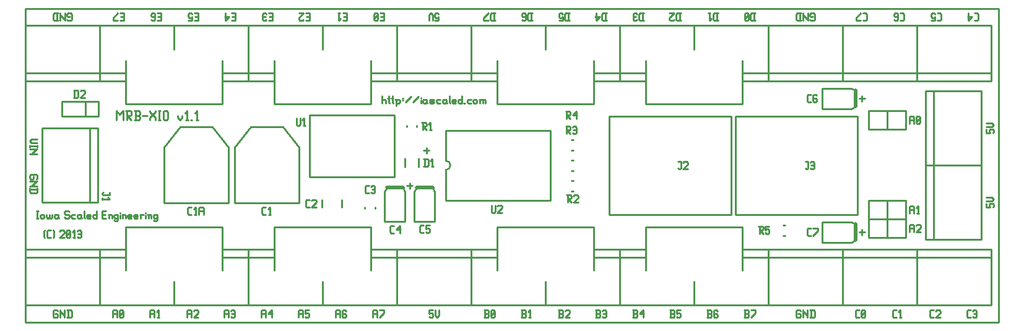
<source format=gbr>
G04 start of page 7 for group -4079 idx -4079 *
G04 Title: (unknown), topsilk *
G04 Creator: pcb 20110918 *
G04 CreationDate: Tue 16 Apr 2013 03:33:53 AM GMT UTC *
G04 For: railfan *
G04 Format: Gerber/RS-274X *
G04 PCB-Dimensions: 525000 170000 *
G04 PCB-Coordinate-Origin: lower left *
%MOIN*%
%FSLAX25Y25*%
%LNTOPSILK*%
%ADD82C,0.0200*%
%ADD81C,0.0100*%
G54D81*X524500Y500D02*Y169500D01*
X449500Y49000D02*X452500D01*
X451000Y50500D02*Y47500D01*
Y122500D02*Y119500D01*
X449500Y121000D02*X452500D01*
X500Y500D02*X524500D01*
X500Y169500D02*Y500D01*
X216500Y94500D02*Y91500D01*
X215000Y93000D02*X218000D01*
X207500Y75500D02*Y72500D01*
X500Y169500D02*X524500D01*
X206000Y74000D02*X209000D01*
X218000Y7000D02*X220000D01*
X218000D02*Y5000D01*
X218500Y5500D01*
X219500D01*
X220000Y5000D01*
Y3500D01*
X219500Y3000D02*X220000Y3500D01*
X218500Y3000D02*X219500D01*
X218000Y3500D02*X218500Y3000D01*
X221200Y7000D02*Y4000D01*
X222200Y3000D01*
X223200Y4000D01*
Y7000D02*Y4000D01*
X247500Y3000D02*X249500D01*
X250000Y3500D01*
Y4500D02*Y3500D01*
X249500Y5000D02*X250000Y4500D01*
X248000Y5000D02*X249500D01*
X248000Y7000D02*Y3000D01*
X247500Y7000D02*X249500D01*
X250000Y6500D01*
Y5500D01*
X249500Y5000D02*X250000Y5500D01*
X251200Y3500D02*X251700Y3000D01*
X251200Y6500D02*Y3500D01*
Y6500D02*X251700Y7000D01*
X252700D01*
X253200Y6500D01*
Y3500D01*
X252700Y3000D02*X253200Y3500D01*
X251700Y3000D02*X252700D01*
X251200Y4000D02*X253200Y6000D01*
X267500Y3000D02*X269500D01*
X270000Y3500D01*
Y4500D02*Y3500D01*
X269500Y5000D02*X270000Y4500D01*
X268000Y5000D02*X269500D01*
X268000Y7000D02*Y3000D01*
X267500Y7000D02*X269500D01*
X270000Y6500D01*
Y5500D01*
X269500Y5000D02*X270000Y5500D01*
X271700Y3000D02*X272700D01*
X272200Y7000D02*Y3000D01*
X271200Y6000D02*X272200Y7000D01*
X287500Y3000D02*X289500D01*
X290000Y3500D01*
Y4500D02*Y3500D01*
X289500Y5000D02*X290000Y4500D01*
X288000Y5000D02*X289500D01*
X288000Y7000D02*Y3000D01*
X287500Y7000D02*X289500D01*
X290000Y6500D01*
Y5500D01*
X289500Y5000D02*X290000Y5500D01*
X291200Y6500D02*X291700Y7000D01*
X293200D01*
X293700Y6500D01*
Y5500D01*
X291200Y3000D02*X293700Y5500D01*
X291200Y3000D02*X293700D01*
X107500Y6500D02*Y3000D01*
Y6500D02*X108000Y7000D01*
X109500D01*
X110000Y6500D01*
Y3000D01*
X107500Y5000D02*X110000D01*
X111200Y6500D02*X111700Y7000D01*
X112700D01*
X113200Y6500D01*
Y3500D01*
X112700Y3000D02*X113200Y3500D01*
X111700Y3000D02*X112700D01*
X111200Y3500D02*X111700Y3000D01*
Y5000D02*X113200D01*
X167500Y6500D02*Y3000D01*
Y6500D02*X168000Y7000D01*
X169500D01*
X170000Y6500D01*
Y3000D01*
X167500Y5000D02*X170000D01*
X172700Y7000D02*X173200Y6500D01*
X171700Y7000D02*X172700D01*
X171200Y6500D02*X171700Y7000D01*
X171200Y6500D02*Y3500D01*
X171700Y3000D01*
X172700Y5000D02*X173200Y4500D01*
X171200Y5000D02*X172700D01*
X171700Y3000D02*X172700D01*
X173200Y3500D01*
Y4500D02*Y3500D01*
X187500Y6500D02*Y3000D01*
Y6500D02*X188000Y7000D01*
X189500D01*
X190000Y6500D01*
Y3000D01*
X187500Y5000D02*X190000D01*
X191200Y3000D02*X193700Y5500D01*
Y7000D02*Y5500D01*
X191200Y7000D02*X193700D01*
X127500Y6500D02*Y3000D01*
Y6500D02*X128000Y7000D01*
X129500D01*
X130000Y6500D01*
Y3000D01*
X127500Y5000D02*X130000D01*
X131200D02*X133200Y7000D01*
X131200Y5000D02*X133700D01*
X133200Y7000D02*Y3000D01*
X147500Y6500D02*Y3000D01*
Y6500D02*X148000Y7000D01*
X149500D01*
X150000Y6500D01*
Y3000D01*
X147500Y5000D02*X150000D01*
X151200Y7000D02*X153200D01*
X151200D02*Y5000D01*
X151700Y5500D01*
X152700D01*
X153200Y5000D01*
Y3500D01*
X152700Y3000D02*X153200Y3500D01*
X151700Y3000D02*X152700D01*
X151200Y3500D02*X151700Y3000D01*
X87500Y6500D02*Y3000D01*
Y6500D02*X88000Y7000D01*
X89500D01*
X90000Y6500D01*
Y3000D01*
X87500Y5000D02*X90000D01*
X91200Y6500D02*X91700Y7000D01*
X93200D01*
X93700Y6500D01*
Y5500D01*
X91200Y3000D02*X93700Y5500D01*
X91200Y3000D02*X93700D01*
X47500Y6500D02*Y3000D01*
Y6500D02*X48000Y7000D01*
X49500D01*
X50000Y6500D01*
Y3000D01*
X47500Y5000D02*X50000D01*
X51200Y3500D02*X51700Y3000D01*
X51200Y6500D02*Y3500D01*
Y6500D02*X51700Y7000D01*
X52700D01*
X53200Y6500D01*
Y3500D01*
X52700Y3000D02*X53200Y3500D01*
X51700Y3000D02*X52700D01*
X51200Y4000D02*X53200Y6000D01*
X67500Y6500D02*Y3000D01*
Y6500D02*X68000Y7000D01*
X69500D01*
X70000Y6500D01*
Y3000D01*
X67500Y5000D02*X70000D01*
X71700Y3000D02*X72700D01*
X72200Y7000D02*Y3000D01*
X71200Y6000D02*X72200Y7000D01*
X17500D02*X18000Y6500D01*
X16000Y7000D02*X17500D01*
X15500Y6500D02*X16000Y7000D01*
X15500Y6500D02*Y3500D01*
X16000Y3000D01*
X17500D01*
X18000Y3500D01*
Y4500D02*Y3500D01*
X17500Y5000D02*X18000Y4500D01*
X16500Y5000D02*X17500D01*
X19200Y7000D02*Y3000D01*
Y7000D02*Y6500D01*
X21700Y4000D01*
Y7000D02*Y3000D01*
X23400Y7000D02*Y3000D01*
X24900Y7000D02*X25400Y6500D01*
Y3500D01*
X24900Y3000D02*X25400Y3500D01*
X22900Y3000D02*X24900D01*
X22900Y7000D02*X24900D01*
X6500Y60500D02*X7500D01*
X7000D02*Y56500D01*
X6500D02*X7500D01*
X8700Y58000D02*Y57000D01*
Y58000D02*X9200Y58500D01*
X10200D01*
X10700Y58000D01*
Y57000D01*
X10200Y56500D02*X10700Y57000D01*
X9200Y56500D02*X10200D01*
X8700Y57000D02*X9200Y56500D01*
X11900Y58500D02*Y57000D01*
X12400Y56500D01*
X12900D01*
X13400Y57000D01*
Y58500D02*Y57000D01*
X13900Y56500D01*
X14400D01*
X14900Y57000D01*
Y58500D02*Y57000D01*
X17600Y58500D02*X18100Y58000D01*
X16600Y58500D02*X17600D01*
X16100Y58000D02*X16600Y58500D01*
X16100Y58000D02*Y57000D01*
X16600Y56500D01*
X18100Y58500D02*Y57000D01*
X18600Y56500D01*
X16600D02*X17600D01*
X18100Y57000D01*
X23600Y60500D02*X24100Y60000D01*
X22100Y60500D02*X23600D01*
X21600Y60000D02*X22100Y60500D01*
X21600Y60000D02*Y59000D01*
X22100Y58500D01*
X23600D01*
X24100Y58000D01*
Y57000D01*
X23600Y56500D02*X24100Y57000D01*
X22100Y56500D02*X23600D01*
X21600Y57000D02*X22100Y56500D01*
X25800Y58500D02*X27300D01*
X25300Y58000D02*X25800Y58500D01*
X25300Y58000D02*Y57000D01*
X25800Y56500D01*
X27300D01*
X30000Y58500D02*X30500Y58000D01*
X29000Y58500D02*X30000D01*
X28500Y58000D02*X29000Y58500D01*
X28500Y58000D02*Y57000D01*
X29000Y56500D01*
X30500Y58500D02*Y57000D01*
X31000Y56500D01*
X29000D02*X30000D01*
X30500Y57000D01*
X32200Y60500D02*Y57000D01*
X32700Y56500D01*
X34200D02*X35700D01*
X33700Y57000D02*X34200Y56500D01*
X33700Y58000D02*Y57000D01*
Y58000D02*X34200Y58500D01*
X35200D01*
X35700Y58000D01*
X33700Y57500D02*X35700D01*
Y58000D02*Y57500D01*
X38900Y60500D02*Y56500D01*
X38400D02*X38900Y57000D01*
X37400Y56500D02*X38400D01*
X36900Y57000D02*X37400Y56500D01*
X36900Y58000D02*Y57000D01*
Y58000D02*X37400Y58500D01*
X38400D01*
X38900Y58000D01*
X41900Y58500D02*X43400D01*
X41900Y56500D02*X43900D01*
X41900Y60500D02*Y56500D01*
Y60500D02*X43900D01*
X45600Y58000D02*Y56500D01*
Y58000D02*X46100Y58500D01*
X46600D01*
X47100Y58000D01*
Y56500D01*
X45100Y58500D02*X45600Y58000D01*
X49800Y58500D02*X50300Y58000D01*
X48800Y58500D02*X49800D01*
X48300Y58000D02*X48800Y58500D01*
X48300Y58000D02*Y57000D01*
X48800Y56500D01*
X49800D01*
X50300Y57000D01*
X48300Y55500D02*X48800Y55000D01*
X49800D01*
X50300Y55500D01*
Y58500D02*Y55500D01*
X51500Y59500D02*Y59000D01*
Y58000D02*Y56500D01*
X53000Y58000D02*Y56500D01*
Y58000D02*X53500Y58500D01*
X54000D01*
X54500Y58000D01*
Y56500D01*
X52500Y58500D02*X53000Y58000D01*
X56200Y56500D02*X57700D01*
X55700Y57000D02*X56200Y56500D01*
X55700Y58000D02*Y57000D01*
Y58000D02*X56200Y58500D01*
X57200D01*
X57700Y58000D01*
X55700Y57500D02*X57700D01*
Y58000D02*Y57500D01*
X59400Y56500D02*X60900D01*
X58900Y57000D02*X59400Y56500D01*
X58900Y58000D02*Y57000D01*
Y58000D02*X59400Y58500D01*
X60400D01*
X60900Y58000D01*
X58900Y57500D02*X60900D01*
Y58000D02*Y57500D01*
X62600Y58000D02*Y56500D01*
Y58000D02*X63100Y58500D01*
X64100D01*
X62100D02*X62600Y58000D01*
X65300Y59500D02*Y59000D01*
Y58000D02*Y56500D01*
X66800Y58000D02*Y56500D01*
Y58000D02*X67300Y58500D01*
X67800D01*
X68300Y58000D01*
Y56500D01*
X66300Y58500D02*X66800Y58000D01*
X71000Y58500D02*X71500Y58000D01*
X70000Y58500D02*X71000D01*
X69500Y58000D02*X70000Y58500D01*
X69500Y58000D02*Y57000D01*
X70000Y56500D01*
X71000D01*
X71500Y57000D01*
X69500Y55500D02*X70000Y55000D01*
X71000D01*
X71500Y55500D01*
Y58500D02*Y55500D01*
X10500Y46500D02*X11000Y46000D01*
X10500Y49500D02*X11000Y50000D01*
X10500Y49500D02*Y46500D01*
X12700Y46000D02*X14200D01*
X12200Y46500D02*X12700Y46000D01*
X12200Y49500D02*Y46500D01*
Y49500D02*X12700Y50000D01*
X14200D01*
X15400D02*X15900Y49500D01*
Y46500D01*
X15400Y46000D02*X15900Y46500D01*
X18900Y49500D02*X19400Y50000D01*
X20900D01*
X21400Y49500D01*
Y48500D01*
X18900Y46000D02*X21400Y48500D01*
X18900Y46000D02*X21400D01*
X22600Y46500D02*X23100Y46000D01*
X22600Y49500D02*Y46500D01*
Y49500D02*X23100Y50000D01*
X24100D01*
X24600Y49500D01*
Y46500D01*
X24100Y46000D02*X24600Y46500D01*
X23100Y46000D02*X24100D01*
X22600Y47000D02*X24600Y49000D01*
X26300Y46000D02*X27300D01*
X26800Y50000D02*Y46000D01*
X25800Y49000D02*X26800Y50000D01*
X28500Y49500D02*X29000Y50000D01*
X30000D01*
X30500Y49500D01*
Y46500D01*
X30000Y46000D02*X30500Y46500D01*
X29000Y46000D02*X30000D01*
X28500Y46500D02*X29000Y46000D01*
Y48000D02*X30500D01*
X7000Y78000D02*X6500Y77500D01*
X7000Y79500D02*Y78000D01*
X6500Y80000D02*X7000Y79500D01*
X3500Y80000D02*X6500D01*
X3500D02*X3000Y79500D01*
Y78000D01*
X3500Y77500D01*
X4500D01*
X5000Y78000D02*X4500Y77500D01*
X5000Y79000D02*Y78000D01*
X3000Y76300D02*X7000D01*
X6500D02*X7000D01*
X6500D02*X4000Y73800D01*
X3000D02*X7000D01*
X3000Y72100D02*X7000D01*
Y70600D02*X6500Y70100D01*
X3500D02*X6500D01*
X3000Y70600D02*X3500Y70100D01*
X3000Y72600D02*Y70600D01*
X7000Y72600D02*Y70600D01*
X4000Y99000D02*X7000D01*
X4000D02*X3000Y98000D01*
X4000Y97000D01*
X7000D01*
Y95800D02*Y94800D01*
X3000Y95300D02*X7000D01*
X3000Y95800D02*Y94800D01*
Y93600D02*X7000D01*
X6500D02*X7000D01*
X6500D02*X4000Y91100D01*
X3000D02*X7000D01*
X353000Y167000D02*Y163000D01*
X351500D02*X351000Y163500D01*
Y166500D02*Y163500D01*
X351500Y167000D02*X351000Y166500D01*
X351500Y167000D02*X353500D01*
X351500Y163000D02*X353500D01*
X349800Y163500D02*X349300Y163000D01*
X347800D02*X349300D01*
X347800D02*X347300Y163500D01*
Y164500D02*Y163500D01*
X349800Y167000D02*X347300Y164500D01*
Y167000D02*X349800D01*
X393000D02*Y163000D01*
X391500D02*X391000Y163500D01*
Y166500D02*Y163500D01*
X391500Y167000D02*X391000Y166500D01*
X391500Y167000D02*X393500D01*
X391500Y163000D02*X393500D01*
X389800Y166500D02*X389300Y167000D01*
X389800Y166500D02*Y163500D01*
X389300Y163000D01*
X388300D02*X389300D01*
X388300D02*X387800Y163500D01*
Y166500D02*Y163500D01*
X388300Y167000D02*X387800Y166500D01*
X388300Y167000D02*X389300D01*
X389800Y166000D02*X387800Y164000D01*
X373000Y167000D02*Y163000D01*
X371500D02*X371000Y163500D01*
Y166500D02*Y163500D01*
X371500Y167000D02*X371000Y166500D01*
X371500Y167000D02*X373500D01*
X371500Y163000D02*X373500D01*
X368300Y167000D02*X369300D01*
X368800D02*Y163000D01*
X369800Y164000D02*X368800Y163000D01*
X333000Y167000D02*Y163000D01*
X331500D02*X331000Y163500D01*
Y166500D02*Y163500D01*
X331500Y167000D02*X331000Y166500D01*
X331500Y167000D02*X333500D01*
X331500Y163000D02*X333500D01*
X329800Y163500D02*X329300Y163000D01*
X328300D02*X329300D01*
X328300D02*X327800Y163500D01*
Y166500D02*Y163500D01*
X328300Y167000D02*X327800Y166500D01*
X328300Y167000D02*X329300D01*
X329800Y166500D02*X329300Y167000D01*
X327800Y165000D02*X329300D01*
X273000Y167000D02*Y163000D01*
X271500D02*X271000Y163500D01*
Y166500D02*Y163500D01*
X271500Y167000D02*X271000Y166500D01*
X271500Y167000D02*X273500D01*
X271500Y163000D02*X273500D01*
X268300D02*X267800Y163500D01*
X268300Y163000D02*X269300D01*
X269800Y163500D02*X269300Y163000D01*
X269800Y166500D02*Y163500D01*
Y166500D02*X269300Y167000D01*
X268300Y165000D02*X267800Y165500D01*
X268300Y165000D02*X269800D01*
X268300Y167000D02*X269300D01*
X268300D02*X267800Y166500D01*
Y165500D01*
X253000Y167000D02*Y163000D01*
X251500D02*X251000Y163500D01*
Y166500D02*Y163500D01*
X251500Y167000D02*X251000Y166500D01*
X251500Y167000D02*X253500D01*
X251500Y163000D02*X253500D01*
X249800Y167000D02*X247300Y164500D01*
Y163000D01*
X249800D01*
X313000Y167000D02*Y163000D01*
X311500D02*X311000Y163500D01*
Y166500D02*Y163500D01*
X311500Y167000D02*X311000Y166500D01*
X311500Y167000D02*X313500D01*
X311500Y163000D02*X313500D01*
X309800Y165000D02*X307800Y163000D01*
X307300Y165000D02*X309800D01*
X307800Y167000D02*Y163000D01*
X293000Y167000D02*Y163000D01*
X291500D02*X291000Y163500D01*
Y166500D02*Y163500D01*
X291500Y167000D02*X291000Y166500D01*
X291500Y167000D02*X293500D01*
X291500Y163000D02*X293500D01*
X287800D02*X289800D01*
Y165000D02*Y163000D01*
Y165000D02*X289300Y164500D01*
X288300D02*X289300D01*
X288300D02*X287800Y165000D01*
Y166500D02*Y165000D01*
X288300Y167000D02*X287800Y166500D01*
X288300Y167000D02*X289300D01*
X289800Y166500D02*X289300Y167000D01*
X423500Y163000D02*X423000Y163500D01*
X423500Y163000D02*X425000D01*
X425500Y163500D02*X425000Y163000D01*
X425500Y166500D02*Y163500D01*
Y166500D02*X425000Y167000D01*
X423500D02*X425000D01*
X423500D02*X423000Y166500D01*
Y165500D01*
X423500Y165000D02*X423000Y165500D01*
X423500Y165000D02*X424500D01*
X421800Y167000D02*Y163000D01*
Y163500D02*Y163000D01*
Y163500D02*X419300Y166000D01*
Y167000D02*Y163000D01*
X417600Y167000D02*Y163000D01*
X416100D02*X415600Y163500D01*
Y166500D02*Y163500D01*
X416100Y167000D02*X415600Y166500D01*
X416100Y167000D02*X418100D01*
X416100Y163000D02*X418100D01*
X476500Y111000D02*Y107500D01*
Y111000D02*X477000Y111500D01*
X478500D01*
X479000Y111000D01*
Y107500D01*
X476500Y109500D02*X479000D01*
X480200Y108000D02*X480700Y107500D01*
X480200Y111000D02*Y108000D01*
Y111000D02*X480700Y111500D01*
X481700D01*
X482200Y111000D01*
Y108000D01*
X481700Y107500D02*X482200Y108000D01*
X480700Y107500D02*X481700D01*
X480200Y108500D02*X482200Y110500D01*
X471500Y167000D02*X473000D01*
X473500Y166500D02*X473000Y167000D01*
X473500Y166500D02*Y163500D01*
X473000Y163000D01*
X471500D02*X473000D01*
X468800D02*X468300Y163500D01*
X468800Y163000D02*X469800D01*
X470300Y163500D02*X469800Y163000D01*
X470300Y166500D02*Y163500D01*
Y166500D02*X469800Y167000D01*
X468800Y165000D02*X468300Y165500D01*
X468800Y165000D02*X470300D01*
X468800Y167000D02*X469800D01*
X468800D02*X468300Y166500D01*
Y165500D01*
X451500Y167000D02*X453000D01*
X453500Y166500D02*X453000Y167000D01*
X453500Y166500D02*Y163500D01*
X453000Y163000D01*
X451500D02*X453000D01*
X450300Y167000D02*X447800Y164500D01*
Y163000D01*
X450300D01*
X221000D02*X223000D01*
Y165000D02*Y163000D01*
Y165000D02*X222500Y164500D01*
X221500D02*X222500D01*
X221500D02*X221000Y165000D01*
Y166500D02*Y165000D01*
X221500Y167000D02*X221000Y166500D01*
X221500Y167000D02*X222500D01*
X223000Y166500D02*X222500Y167000D01*
X219800Y166000D02*Y163000D01*
Y166000D02*X218800Y167000D01*
X217800Y166000D01*
Y163000D01*
X192500Y122500D02*Y118500D01*
Y120000D02*X193000Y120500D01*
X194000D01*
X194500Y120000D01*
Y118500D01*
X196200Y122500D02*Y119000D01*
X196700Y118500D01*
X195700Y121000D02*X196700D01*
X198200Y122500D02*Y119000D01*
X198700Y118500D01*
X197700Y121000D02*X198700D01*
X200200Y120000D02*Y117000D01*
X199700Y120500D02*X200200Y120000D01*
X200700Y120500D01*
X201700D01*
X202200Y120000D01*
Y119000D01*
X201700Y118500D02*X202200Y119000D01*
X200700Y118500D02*X201700D01*
X200200Y119000D02*X200700Y118500D01*
X203400Y121000D02*X203900D01*
X203400Y120000D02*X203900D01*
X205100Y119000D02*X208100Y122000D01*
X209300Y119000D02*X212300Y122000D01*
X213500Y121500D02*Y121000D01*
Y120000D02*Y118500D01*
X216000Y120500D02*X216500Y120000D01*
X215000Y120500D02*X216000D01*
X214500Y120000D02*X215000Y120500D01*
X214500Y120000D02*Y119000D01*
X215000Y118500D01*
X216500Y120500D02*Y119000D01*
X217000Y118500D01*
X215000D02*X216000D01*
X216500Y119000D01*
X218700Y118500D02*X220200D01*
X220700Y119000D01*
X220200Y119500D02*X220700Y119000D01*
X218700Y119500D02*X220200D01*
X218200Y120000D02*X218700Y119500D01*
X218200Y120000D02*X218700Y120500D01*
X220200D01*
X220700Y120000D01*
X218200Y119000D02*X218700Y118500D01*
X222400Y120500D02*X223900D01*
X221900Y120000D02*X222400Y120500D01*
X221900Y120000D02*Y119000D01*
X222400Y118500D01*
X223900D01*
X226600Y120500D02*X227100Y120000D01*
X225600Y120500D02*X226600D01*
X225100Y120000D02*X225600Y120500D01*
X225100Y120000D02*Y119000D01*
X225600Y118500D01*
X227100Y120500D02*Y119000D01*
X227600Y118500D01*
X225600D02*X226600D01*
X227100Y119000D01*
X228800Y122500D02*Y119000D01*
X229300Y118500D01*
X230800D02*X232300D01*
X230300Y119000D02*X230800Y118500D01*
X230300Y120000D02*Y119000D01*
Y120000D02*X230800Y120500D01*
X231800D01*
X232300Y120000D01*
X230300Y119500D02*X232300D01*
Y120000D02*Y119500D01*
X235500Y122500D02*Y118500D01*
X235000D02*X235500Y119000D01*
X234000Y118500D02*X235000D01*
X233500Y119000D02*X234000Y118500D01*
X233500Y120000D02*Y119000D01*
Y120000D02*X234000Y120500D01*
X235000D01*
X235500Y120000D01*
X236700Y118500D02*X237200D01*
X238900Y120500D02*X240400D01*
X238400Y120000D02*X238900Y120500D01*
X238400Y120000D02*Y119000D01*
X238900Y118500D01*
X240400D01*
X241600Y120000D02*Y119000D01*
Y120000D02*X242100Y120500D01*
X243100D01*
X243600Y120000D01*
Y119000D01*
X243100Y118500D02*X243600Y119000D01*
X242100Y118500D02*X243100D01*
X241600Y119000D02*X242100Y118500D01*
X245300Y120000D02*Y118500D01*
Y120000D02*X245800Y120500D01*
X246300D01*
X246800Y120000D01*
Y118500D01*
Y120000D02*X247300Y120500D01*
X247800D01*
X248300Y120000D01*
Y118500D01*
X244800Y120500D02*X245300Y120000D01*
X511500Y167000D02*X513000D01*
X513500Y166500D02*X513000Y167000D01*
X513500Y166500D02*Y163500D01*
X513000Y163000D01*
X511500D02*X513000D01*
X510300Y165000D02*X508300Y163000D01*
X507800Y165000D02*X510300D01*
X508300Y167000D02*Y163000D01*
X518000Y104500D02*Y102500D01*
X520000D01*
X519500Y103000D01*
Y104000D02*Y103000D01*
Y104000D02*X520000Y104500D01*
X521500D01*
X522000Y104000D02*X521500Y104500D01*
X522000Y104000D02*Y103000D01*
X521500Y102500D02*X522000Y103000D01*
X518000Y105700D02*X521000D01*
X522000Y106700D01*
X521000Y107700D01*
X518000D02*X521000D01*
X491500Y167000D02*X493000D01*
X493500Y166500D02*X493000Y167000D01*
X493500Y166500D02*Y163500D01*
X493000Y163000D01*
X491500D02*X493000D01*
X488300D02*X490300D01*
Y165000D02*Y163000D01*
Y165000D02*X489800Y164500D01*
X488800D02*X489800D01*
X488800D02*X488300Y165000D01*
Y166500D02*Y165000D01*
X488800Y167000D02*X488300Y166500D01*
X488800Y167000D02*X489800D01*
X490300Y166500D02*X489800Y167000D01*
X152000Y165000D02*X153500D01*
X151500Y167000D02*X153500D01*
Y163000D01*
X151500D02*X153500D01*
X150300Y163500D02*X149800Y163000D01*
X148300D02*X149800D01*
X148300D02*X147800Y163500D01*
Y164500D02*Y163500D01*
X150300Y167000D02*X147800Y164500D01*
Y167000D02*X150300D01*
X192000Y165000D02*X193500D01*
X191500Y167000D02*X193500D01*
Y163000D01*
X191500D02*X193500D01*
X190300Y166500D02*X189800Y167000D01*
X190300Y166500D02*Y163500D01*
X189800Y163000D01*
X188800D02*X189800D01*
X188800D02*X188300Y163500D01*
Y166500D02*Y163500D01*
X188800Y167000D02*X188300Y166500D01*
X188800Y167000D02*X189800D01*
X190300Y166000D02*X188300Y164000D01*
X172000Y165000D02*X173500D01*
X171500Y167000D02*X173500D01*
Y163000D01*
X171500D02*X173500D01*
X168800Y167000D02*X169800D01*
X169300D02*Y163000D01*
X170300Y164000D02*X169300Y163000D01*
X132000Y165000D02*X133500D01*
X131500Y167000D02*X133500D01*
Y163000D01*
X131500D02*X133500D01*
X130300Y163500D02*X129800Y163000D01*
X128800D02*X129800D01*
X128800D02*X128300Y163500D01*
Y166500D02*Y163500D01*
X128800Y167000D02*X128300Y166500D01*
X128800Y167000D02*X129800D01*
X130300Y166500D02*X129800Y167000D01*
X128300Y165000D02*X129800D01*
X112000D02*X113500D01*
X111500Y167000D02*X113500D01*
Y163000D01*
X111500D02*X113500D01*
X110300Y165000D02*X108300Y163000D01*
X107800Y165000D02*X110300D01*
X108300Y167000D02*Y163000D01*
X92000Y165000D02*X93500D01*
X91500Y167000D02*X93500D01*
Y163000D01*
X91500D02*X93500D01*
X88300D02*X90300D01*
Y165000D02*Y163000D01*
Y165000D02*X89800Y164500D01*
X88800D02*X89800D01*
X88800D02*X88300Y165000D01*
Y166500D02*Y165000D01*
X88800Y167000D02*X88300Y166500D01*
X88800Y167000D02*X89800D01*
X90300Y166500D02*X89800Y167000D01*
X72000Y165000D02*X73500D01*
X71500Y167000D02*X73500D01*
Y163000D01*
X71500D02*X73500D01*
X68800D02*X68300Y163500D01*
X68800Y163000D02*X69800D01*
X70300Y163500D02*X69800Y163000D01*
X70300Y166500D02*Y163500D01*
Y166500D02*X69800Y167000D01*
X68800Y165000D02*X68300Y165500D01*
X68800Y165000D02*X70300D01*
X68800Y167000D02*X69800D01*
X68800D02*X68300Y166500D01*
Y165500D01*
X52000Y165000D02*X53500D01*
X51500Y167000D02*X53500D01*
Y163000D01*
X51500D02*X53500D01*
X50300Y167000D02*X47800Y164500D01*
Y163000D01*
X50300D01*
X23500D02*X23000Y163500D01*
X23500Y163000D02*X25000D01*
X25500Y163500D02*X25000Y163000D01*
X25500Y166500D02*Y163500D01*
Y166500D02*X25000Y167000D01*
X23500D02*X25000D01*
X23500D02*X23000Y166500D01*
Y165500D01*
X23500Y165000D02*X23000Y165500D01*
X23500Y165000D02*X24500D01*
X21800Y167000D02*Y163000D01*
Y163500D02*Y163000D01*
Y163500D02*X19300Y166000D01*
Y167000D02*Y163000D01*
X17600Y167000D02*Y163000D01*
X16100D02*X15600Y163500D01*
Y166500D02*Y163500D01*
X16100Y167000D02*X15600Y166500D01*
X16100Y167000D02*X18100D01*
X16100Y163000D02*X18100D01*
X49500Y114280D02*Y109400D01*
Y114280D02*X51330Y112450D01*
X53160Y114280D01*
Y109400D01*
X54624Y114280D02*X57064D01*
X57674Y113670D01*
Y112450D01*
X57064Y111840D02*X57674Y112450D01*
X55234Y111840D02*X57064D01*
X55234Y114280D02*Y109400D01*
Y111840D02*X57674Y109400D01*
X59138D02*X61578D01*
X62188Y110010D01*
Y111230D02*Y110010D01*
X61578Y111840D02*X62188Y111230D01*
X59748Y111840D02*X61578D01*
X59748Y114280D02*Y109400D01*
X59138Y114280D02*X61578D01*
X62188Y113670D01*
Y112450D01*
X61578Y111840D02*X62188Y112450D01*
X63652Y111840D02*X66092D01*
X67556Y114280D02*Y113670D01*
X70606Y110620D01*
Y109400D01*
X67556Y110620D02*Y109400D01*
Y110620D02*X70606Y113670D01*
Y114280D02*Y113670D01*
X72070Y114280D02*X73290D01*
X72680D02*Y109400D01*
X72070D02*X73290D01*
X74754Y113670D02*Y110010D01*
Y113670D02*X75364Y114280D01*
X76584D01*
X77194Y113670D01*
Y110010D01*
X76584Y109400D02*X77194Y110010D01*
X75364Y109400D02*X76584D01*
X74754Y110010D02*X75364Y109400D01*
X82500Y111840D02*Y110620D01*
X83720Y109400D01*
X84940Y110620D01*
Y111840D02*Y110620D01*
X87014Y109400D02*X88234D01*
X87624Y114280D02*Y109400D01*
X86404Y113060D02*X87624Y114280D01*
X89698Y109400D02*X90308D01*
X92382D02*X93602D01*
X92992Y114280D02*Y109400D01*
X91772Y113060D02*X92992Y114280D01*
X307500Y3000D02*X309500D01*
X310000Y3500D01*
Y4500D02*Y3500D01*
X309500Y5000D02*X310000Y4500D01*
X308000Y5000D02*X309500D01*
X308000Y7000D02*Y3000D01*
X307500Y7000D02*X309500D01*
X310000Y6500D01*
Y5500D01*
X309500Y5000D02*X310000Y5500D01*
X311200Y6500D02*X311700Y7000D01*
X312700D01*
X313200Y6500D01*
Y3500D01*
X312700Y3000D02*X313200Y3500D01*
X311700Y3000D02*X312700D01*
X311200Y3500D02*X311700Y3000D01*
Y5000D02*X313200D01*
X367500Y3000D02*X369500D01*
X370000Y3500D01*
Y4500D02*Y3500D01*
X369500Y5000D02*X370000Y4500D01*
X368000Y5000D02*X369500D01*
X368000Y7000D02*Y3000D01*
X367500Y7000D02*X369500D01*
X370000Y6500D01*
Y5500D01*
X369500Y5000D02*X370000Y5500D01*
X372700Y7000D02*X373200Y6500D01*
X371700Y7000D02*X372700D01*
X371200Y6500D02*X371700Y7000D01*
X371200Y6500D02*Y3500D01*
X371700Y3000D01*
X372700Y5000D02*X373200Y4500D01*
X371200Y5000D02*X372700D01*
X371700Y3000D02*X372700D01*
X373200Y3500D01*
Y4500D02*Y3500D01*
X327500Y3000D02*X329500D01*
X330000Y3500D01*
Y4500D02*Y3500D01*
X329500Y5000D02*X330000Y4500D01*
X328000Y5000D02*X329500D01*
X328000Y7000D02*Y3000D01*
X327500Y7000D02*X329500D01*
X330000Y6500D01*
Y5500D01*
X329500Y5000D02*X330000Y5500D01*
X331200Y5000D02*X333200Y7000D01*
X331200Y5000D02*X333700D01*
X333200Y7000D02*Y3000D01*
X347500D02*X349500D01*
X350000Y3500D01*
Y4500D02*Y3500D01*
X349500Y5000D02*X350000Y4500D01*
X348000Y5000D02*X349500D01*
X348000Y7000D02*Y3000D01*
X347500Y7000D02*X349500D01*
X350000Y6500D01*
Y5500D01*
X349500Y5000D02*X350000Y5500D01*
X351200Y7000D02*X353200D01*
X351200D02*Y5000D01*
X351700Y5500D01*
X352700D01*
X353200Y5000D01*
Y3500D01*
X352700Y3000D02*X353200Y3500D01*
X351700Y3000D02*X352700D01*
X351200Y3500D02*X351700Y3000D01*
X476500Y62500D02*Y59000D01*
Y62500D02*X477000Y63000D01*
X478500D01*
X479000Y62500D01*
Y59000D01*
X476500Y61000D02*X479000D01*
X480700Y59000D02*X481700D01*
X481200Y63000D02*Y59000D01*
X480200Y62000D02*X481200Y63000D01*
X518000Y64500D02*Y62500D01*
X520000D01*
X519500Y63000D01*
Y64000D02*Y63000D01*
Y64000D02*X520000Y64500D01*
X521500D01*
X522000Y64000D02*X521500Y64500D01*
X522000Y64000D02*Y63000D01*
X521500Y62500D02*X522000Y63000D01*
X518000Y65700D02*X521000D01*
X522000Y66700D01*
X521000Y67700D01*
X518000D02*X521000D01*
X476500Y52500D02*Y49000D01*
Y52500D02*X477000Y53000D01*
X478500D01*
X479000Y52500D01*
Y49000D01*
X476500Y51000D02*X479000D01*
X480200Y52500D02*X480700Y53000D01*
X482200D01*
X482700Y52500D01*
Y51500D01*
X480200Y49000D02*X482700Y51500D01*
X480200Y49000D02*X482700D01*
X488000Y3000D02*X489500D01*
X487500Y3500D02*X488000Y3000D01*
X487500Y6500D02*Y3500D01*
Y6500D02*X488000Y7000D01*
X489500D01*
X490700Y6500D02*X491200Y7000D01*
X492700D01*
X493200Y6500D01*
Y5500D01*
X490700Y3000D02*X493200Y5500D01*
X490700Y3000D02*X493200D01*
X508000D02*X509500D01*
X507500Y3500D02*X508000Y3000D01*
X507500Y6500D02*Y3500D01*
Y6500D02*X508000Y7000D01*
X509500D01*
X510700Y6500D02*X511200Y7000D01*
X512200D01*
X512700Y6500D01*
Y3500D01*
X512200Y3000D02*X512700Y3500D01*
X511200Y3000D02*X512200D01*
X510700Y3500D02*X511200Y3000D01*
Y5000D02*X512700D01*
X387500Y3000D02*X389500D01*
X390000Y3500D01*
Y4500D02*Y3500D01*
X389500Y5000D02*X390000Y4500D01*
X388000Y5000D02*X389500D01*
X388000Y7000D02*Y3000D01*
X387500Y7000D02*X389500D01*
X390000Y6500D01*
Y5500D01*
X389500Y5000D02*X390000Y5500D01*
X391200Y3000D02*X393700Y5500D01*
Y7000D02*Y5500D01*
X391200Y7000D02*X393700D01*
X417500D02*X418000Y6500D01*
X416000Y7000D02*X417500D01*
X415500Y6500D02*X416000Y7000D01*
X415500Y6500D02*Y3500D01*
X416000Y3000D01*
X417500D01*
X418000Y3500D01*
Y4500D02*Y3500D01*
X417500Y5000D02*X418000Y4500D01*
X416500Y5000D02*X417500D01*
X419200Y7000D02*Y3000D01*
Y7000D02*Y6500D01*
X421700Y4000D01*
Y7000D02*Y3000D01*
X423400Y7000D02*Y3000D01*
X424900Y7000D02*X425400Y6500D01*
Y3500D01*
X424900Y3000D02*X425400Y3500D01*
X422900Y3000D02*X424900D01*
X422900Y7000D02*X424900D01*
X448000Y3000D02*X449500D01*
X447500Y3500D02*X448000Y3000D01*
X447500Y6500D02*Y3500D01*
Y6500D02*X448000Y7000D01*
X449500D01*
X450700Y3500D02*X451200Y3000D01*
X450700Y6500D02*Y3500D01*
Y6500D02*X451200Y7000D01*
X452200D01*
X452700Y6500D01*
Y3500D01*
X452200Y3000D02*X452700Y3500D01*
X451200Y3000D02*X452200D01*
X450700Y4000D02*X452700Y6000D01*
X468000Y3000D02*X469500D01*
X467500Y3500D02*X468000Y3000D01*
X467500Y6500D02*Y3500D01*
Y6500D02*X468000Y7000D01*
X469500D01*
X471200Y3000D02*X472200D01*
X471700Y7000D02*Y3000D01*
X470700Y6000D02*X471700Y7000D01*
G54D82*X195200Y73100D02*X203800D01*
G54D81*X195200D02*X194000Y70700D01*
Y54900D01*
X205000D01*
Y70700D02*Y54900D01*
Y70700D02*X203800Y73100D01*
X188755Y62393D02*Y61607D01*
X183245Y62393D02*Y61607D01*
X204760Y88862D02*Y84138D01*
X212240Y88862D02*Y84138D01*
X205745Y106393D02*Y105607D01*
X211255Y106393D02*Y105607D01*
G54D82*X211200Y73100D02*X219800D01*
G54D81*X211200D02*X210000Y70700D01*
Y54900D01*
X221000D01*
Y70700D02*Y54900D01*
Y70700D02*X219800Y73100D01*
X120500Y160300D02*X160500D01*
X120500Y130300D02*X134500D01*
X120500Y134700D02*X134500D01*
X160500Y160300D02*Y147500D01*
X120500Y160300D02*Y130300D01*
X200500Y160300D02*X240500D01*
X200500Y130300D02*X240500D01*
X200500Y134700D02*X240500D01*
Y160300D02*Y130300D01*
X200500Y160300D02*Y130300D01*
X240500Y160300D02*X280500D01*
X240500Y130300D02*X254500D01*
X240500Y134700D02*X254500D01*
X280500Y160300D02*Y147500D01*
X240500Y160300D02*Y130300D01*
X280500Y160300D02*X320500D01*
X306500Y130300D02*X320500D01*
X306500Y134700D02*X320500D01*
Y160300D02*Y130300D01*
X280500Y160300D02*Y147500D01*
X160500Y160300D02*X200500D01*
X186500Y130300D02*X200500D01*
X186500Y134700D02*X200500D01*
Y160300D02*Y130300D01*
X160500Y160300D02*Y147500D01*
X254500Y118200D02*X306500D01*
Y141500D02*Y118200D01*
X254500Y141500D02*Y118200D01*
X153665Y78626D02*X199335D01*
X153665Y112090D02*X199335D01*
X153665D02*Y78626D01*
X199335Y112090D02*Y78626D01*
X139100Y105600D02*X147800Y94700D01*
Y64800D01*
X113200D02*X147800D01*
X113200Y94700D02*Y64800D01*
Y94700D02*X121900Y105600D01*
X139100D01*
X170814Y66468D02*Y62532D01*
X160186Y66468D02*Y62532D01*
X160500Y9700D02*X200500D01*
X186500Y39700D02*X200500D01*
X186500Y35300D02*X200500D01*
X160500Y22500D02*Y9700D01*
X200500Y39700D02*Y9700D01*
X120500D02*X160500D01*
X120500Y39700D02*X134500D01*
X120500Y35300D02*X134500D01*
X120500Y39700D02*Y9700D01*
X160500Y22500D02*Y9700D01*
X200500D02*X240500D01*
X200500Y39700D02*X240500D01*
X200500Y35300D02*X240500D01*
X200500Y39700D02*Y9700D01*
X240500Y39700D02*Y9700D01*
X134500Y51800D02*X186500D01*
X134500D02*Y28500D01*
X186500Y51800D02*Y28500D01*
X515300Y125000D02*Y85000D01*
X485300Y125000D02*Y85000D01*
X489700Y125000D02*Y85000D01*
X485300D02*X515300D01*
X485300Y125000D02*X515300D01*
Y85000D02*Y45000D01*
X485300Y85000D02*Y45000D01*
X489700Y85000D02*Y45000D01*
X485300D02*X515300D01*
X485300Y85000D02*X515300D01*
X480500Y9700D02*X520500D01*
X480500Y39700D02*X520500D01*
X480500Y35300D02*X520500D01*
X480500Y39700D02*Y9700D01*
X520500Y39700D02*Y9700D01*
X440500D02*X480500D01*
X440500Y39700D02*X480500D01*
X440500Y35300D02*X480500D01*
X440500Y39700D02*Y9700D01*
X480500Y39700D02*Y9700D01*
X445200Y43500D02*X447600Y44700D01*
X429400Y43500D02*X445200D01*
X429400Y54500D02*Y43500D01*
Y54500D02*X445200D01*
X447600Y53300D02*X445200Y54500D01*
G54D82*X447600Y53300D02*Y44700D01*
G54D81*X454500Y56000D02*X464500D01*
Y46000D01*
X454500Y56000D02*Y46000D01*
Y56000D02*X474500D01*
Y46000D01*
X454500D02*X474500D01*
X454500Y66000D02*X464500D01*
Y56000D01*
X454500Y66000D02*Y56000D01*
Y66000D02*X474500D01*
Y56000D01*
X454500D02*X474500D01*
X134500Y118200D02*X186500D01*
Y141500D02*Y118200D01*
X134500Y141500D02*Y118200D01*
X54500D02*X106500D01*
Y141500D02*Y118200D01*
X54500Y141500D02*Y118200D01*
X80500Y160300D02*X120500D01*
X106500Y130300D02*X120500D01*
X106500Y134700D02*X120500D01*
Y160300D02*Y130300D01*
X80500Y160300D02*Y147500D01*
X500Y160300D02*X40500D01*
X500Y130300D02*X40500D01*
X500Y134700D02*X40500D01*
Y160300D02*Y130300D01*
X500Y160300D02*Y130300D01*
X40500Y160300D02*X80500D01*
X40500Y130300D02*X54500D01*
X40500Y134700D02*X54500D01*
X80500Y160300D02*Y147500D01*
X40500Y160300D02*Y130300D01*
X20100Y119500D02*X39800D01*
X20100Y111500D02*X39800D01*
Y119500D02*Y111500D01*
X20100Y119500D02*Y111500D01*
X33000Y119500D02*Y111500D01*
X80500Y9700D02*X120500D01*
X106500Y39700D02*X120500D01*
X106500Y35300D02*X120500D01*
X80500Y22500D02*Y9700D01*
X120500Y39700D02*Y9700D01*
X101100Y105600D02*X109800Y94700D01*
Y64800D01*
X75200D02*X109800D01*
X75200Y94700D02*Y64800D01*
Y94700D02*X83900Y105600D01*
X101100D01*
X54500Y51800D02*X106500D01*
X54500D02*Y28500D01*
X106500Y51800D02*Y28500D01*
X40500Y9700D02*X80500D01*
X40500Y39700D02*X54500D01*
X40500Y35300D02*X54500D01*
X40500Y39700D02*Y9700D01*
X80500Y22500D02*Y9700D01*
X9700Y105000D02*Y65000D01*
X39700Y105000D02*Y65000D01*
X35300Y105000D02*Y65000D01*
X9700Y105000D02*X39700D01*
X9700Y65000D02*X39700D01*
X500Y9700D02*X40500D01*
X500Y39700D02*X40500D01*
X500Y35300D02*X40500D01*
X500Y39700D02*Y9700D01*
X40500Y39700D02*Y9700D01*
X280500D02*X320500D01*
X306500Y39700D02*X320500D01*
X306500Y35300D02*X320500D01*
X280500Y22500D02*Y9700D01*
X320500Y39700D02*Y9700D01*
X240500D02*X280500D01*
X240500Y39700D02*X254500D01*
X240500Y35300D02*X254500D01*
X240500Y39700D02*Y9700D01*
X280500Y22500D02*Y9700D01*
X254500Y51800D02*X306500D01*
X254500D02*Y28500D01*
X306500Y51800D02*Y28500D01*
X294607Y98755D02*X295393D01*
X294607Y93245D02*X295393D01*
X294607Y87755D02*X295393D01*
X294607Y82245D02*X295393D01*
X226835Y103913D02*Y87500D01*
Y82500D02*Y66087D01*
Y103913D02*X283165D01*
Y66087D01*
X226835D02*X283165D01*
X226835Y82500D02*G75*G03X226835Y87500I0J2500D01*G01*
X294607Y76755D02*X295393D01*
X294607Y71245D02*X295393D01*
X440500Y160300D02*X480500D01*
X440500Y130300D02*X480500D01*
X440500Y134700D02*X480500D01*
Y160300D02*Y130300D01*
X440500Y160300D02*Y130300D01*
X480500Y160300D02*X520500D01*
X480500Y130300D02*X520500D01*
X480500Y134700D02*X520500D01*
Y160300D02*Y130300D01*
X480500Y160300D02*Y130300D01*
X400500Y160300D02*X440500D01*
X400500Y130300D02*X440500D01*
X400500Y134700D02*X440500D01*
Y160300D02*Y130300D01*
X400500Y160300D02*Y130300D01*
X360500Y9700D02*X400500D01*
X386500Y39700D02*X400500D01*
X386500Y35300D02*X400500D01*
X360500Y22500D02*Y9700D01*
X400500Y39700D02*Y9700D01*
X440500D01*
X400500Y39700D02*X440500D01*
X400500Y35300D02*X440500D01*
X400500Y39700D02*Y9700D01*
X440500Y39700D02*Y9700D01*
X320500D02*X360500D01*
X320500Y39700D02*X334500D01*
X320500Y35300D02*X334500D01*
X320500Y39700D02*Y9700D01*
X360500Y22500D02*Y9700D01*
X334500Y51800D02*X386500D01*
X334500D02*Y28500D01*
X386500Y51800D02*Y28500D01*
X380500Y111500D02*Y58500D01*
X315000Y111500D02*Y58500D01*
X380500D01*
X315000Y111500D02*X380500D01*
X360500Y160300D02*X400500D01*
X386500Y130300D02*X400500D01*
X386500Y134700D02*X400500D01*
Y160300D02*Y130300D01*
X360500Y160300D02*Y147500D01*
X320500Y160300D02*X360500D01*
X320500Y130300D02*X334500D01*
X320500Y134700D02*X334500D01*
X360500Y160300D02*Y147500D01*
X320500Y160300D02*Y130300D01*
X334500Y118200D02*X386500D01*
Y141500D02*Y118200D01*
X334500Y141500D02*Y118200D01*
G54D82*X447600Y125300D02*Y116700D01*
G54D81*Y125300D02*X445200Y126500D01*
X429400D02*X445200D01*
X429400D02*Y115500D01*
X445200D01*
X447600Y116700D01*
X448500Y111500D02*Y58500D01*
X383000Y111500D02*Y58500D01*
X448500D01*
X383000Y111500D02*X448500D01*
X454500Y114500D02*X464500D01*
Y104500D01*
X454500Y114500D02*Y104500D01*
Y114500D02*X474500D01*
Y104500D01*
X454500D02*X474500D01*
X408607Y47245D02*X409393D01*
X408607Y52755D02*X409393D01*
X197500Y48500D02*X199000D01*
X197000Y49000D02*X197500Y48500D01*
X197000Y52000D02*Y49000D01*
Y52000D02*X197500Y52500D01*
X199000D01*
X200200Y50500D02*X202200Y52500D01*
X200200Y50500D02*X202700D01*
X202200Y52500D02*Y48500D01*
X184000Y70000D02*X185500D01*
X183500Y70500D02*X184000Y70000D01*
X183500Y73500D02*Y70500D01*
Y73500D02*X184000Y74000D01*
X185500D01*
X186700Y73500D02*X187200Y74000D01*
X188200D01*
X188700Y73500D01*
Y70500D01*
X188200Y70000D02*X188700Y70500D01*
X187200Y70000D02*X188200D01*
X186700Y70500D02*X187200Y70000D01*
Y72000D02*X188700D01*
X215500Y88500D02*Y84500D01*
X217000Y88500D02*X217500Y88000D01*
Y85000D01*
X217000Y84500D02*X217500Y85000D01*
X215000Y84500D02*X217000D01*
X215000Y88500D02*X217000D01*
X219200Y84500D02*X220200D01*
X219700Y88500D02*Y84500D01*
X218700Y87500D02*X219700Y88500D01*
X214000Y108000D02*X216000D01*
X216500Y107500D01*
Y106500D01*
X216000Y106000D02*X216500Y106500D01*
X214500Y106000D02*X216000D01*
X214500Y108000D02*Y104000D01*
Y106000D02*X216500Y104000D01*
X218200D02*X219200D01*
X218700Y108000D02*Y104000D01*
X217700Y107000D02*X218700Y108000D01*
X213500Y48600D02*X215000D01*
X213000Y49100D02*X213500Y48600D01*
X213000Y52100D02*Y49100D01*
Y52100D02*X213500Y52600D01*
X215000D01*
X216200D02*X218200D01*
X216200D02*Y50600D01*
X216700Y51100D01*
X217700D01*
X218200Y50600D01*
Y49100D01*
X217700Y48600D02*X218200Y49100D01*
X216700Y48600D02*X217700D01*
X216200Y49100D02*X216700Y48600D01*
X146500Y110500D02*Y107000D01*
X147000Y106500D01*
X148000D01*
X148500Y107000D01*
Y110500D02*Y107000D01*
X150200Y106500D02*X151200D01*
X150700Y110500D02*Y106500D01*
X149700Y109500D02*X150700Y110500D01*
X422000Y47100D02*X423500D01*
X421500Y47600D02*X422000Y47100D01*
X421500Y50600D02*Y47600D01*
Y50600D02*X422000Y51100D01*
X423500D01*
X424700Y47100D02*X427200Y49600D01*
Y51100D02*Y49600D01*
X424700Y51100D02*X427200D01*
X422000Y119100D02*X423500D01*
X421500Y119600D02*X422000Y119100D01*
X421500Y122600D02*Y119600D01*
Y122600D02*X422000Y123100D01*
X423500D01*
X426200D02*X426700Y122600D01*
X425200Y123100D02*X426200D01*
X424700Y122600D02*X425200Y123100D01*
X424700Y122600D02*Y119600D01*
X425200Y119100D01*
X426200Y121100D02*X426700Y120600D01*
X424700Y121100D02*X426200D01*
X425200Y119100D02*X426200D01*
X426700Y119600D01*
Y120600D02*Y119600D01*
X420500Y87000D02*X422000D01*
Y83500D01*
X421500Y83000D02*X422000Y83500D01*
X421000Y83000D02*X421500D01*
X420500Y83500D02*X421000Y83000D01*
X423200Y86500D02*X423700Y87000D01*
X424700D01*
X425200Y86500D01*
Y83500D01*
X424700Y83000D02*X425200Y83500D01*
X423700Y83000D02*X424700D01*
X423200Y83500D02*X423700Y83000D01*
Y85000D02*X425200D01*
X395307Y52150D02*X397307D01*
X397807Y51650D01*
Y50650D01*
X397307Y50150D02*X397807Y50650D01*
X395807Y50150D02*X397307D01*
X395807Y52150D02*Y48150D01*
Y50150D02*X397807Y48150D01*
X399007Y52150D02*X401007D01*
X399007D02*Y50150D01*
X399507Y50650D01*
X400507D01*
X401007Y50150D01*
Y48650D01*
X400507Y48150D02*X401007Y48650D01*
X399507Y48150D02*X400507D01*
X399007Y48650D02*X399507Y48150D01*
X352000Y87000D02*X353500D01*
Y83500D01*
X353000Y83000D02*X353500Y83500D01*
X352500Y83000D02*X353000D01*
X352000Y83500D02*X352500Y83000D01*
X354700Y86500D02*X355200Y87000D01*
X356700D01*
X357200Y86500D01*
Y85500D01*
X354700Y83000D02*X357200Y85500D01*
X354700Y83000D02*X357200D01*
X291500Y114000D02*X293500D01*
X294000Y113500D01*
Y112500D01*
X293500Y112000D02*X294000Y112500D01*
X292000Y112000D02*X293500D01*
X292000Y114000D02*Y110000D01*
Y112000D02*X294000Y110000D01*
X295200Y112000D02*X297200Y114000D01*
X295200Y112000D02*X297700D01*
X297200Y114000D02*Y110000D01*
X291500Y106000D02*X293500D01*
X294000Y105500D01*
Y104500D01*
X293500Y104000D02*X294000Y104500D01*
X292000Y104000D02*X293500D01*
X292000Y106000D02*Y102000D01*
Y104000D02*X294000Y102000D01*
X295200Y105500D02*X295700Y106000D01*
X296700D01*
X297200Y105500D01*
Y102500D01*
X296700Y102000D02*X297200Y102500D01*
X295700Y102000D02*X296700D01*
X295200Y102500D02*X295700Y102000D01*
Y104000D02*X297200D01*
X251500Y63500D02*Y60000D01*
X252000Y59500D01*
X253000D01*
X253500Y60000D01*
Y63500D02*Y60000D01*
X254700Y63000D02*X255200Y63500D01*
X256700D01*
X257200Y63000D01*
Y62000D01*
X254700Y59500D02*X257200Y62000D01*
X254700Y59500D02*X257200D01*
X292000Y69000D02*X294000D01*
X294500Y68500D01*
Y67500D01*
X294000Y67000D02*X294500Y67500D01*
X292500Y67000D02*X294000D01*
X292500Y69000D02*Y65000D01*
Y67000D02*X294500Y65000D01*
X295700Y68500D02*X296200Y69000D01*
X297700D01*
X298200Y68500D01*
Y67500D01*
X295700Y65000D02*X298200Y67500D01*
X295700Y65000D02*X298200D01*
X27000Y125500D02*Y121500D01*
X28500Y125500D02*X29000Y125000D01*
Y122000D01*
X28500Y121500D02*X29000Y122000D01*
X26500Y121500D02*X28500D01*
X26500Y125500D02*X28500D01*
X30200Y125000D02*X30700Y125500D01*
X32200D01*
X32700Y125000D01*
Y124000D01*
X30200Y121500D02*X32700Y124000D01*
X30200Y121500D02*X32700D01*
X88500Y58500D02*X90000D01*
X88000Y59000D02*X88500Y58500D01*
X88000Y62000D02*Y59000D01*
Y62000D02*X88500Y62500D01*
X90000D01*
X91700Y58500D02*X92700D01*
X92200Y62500D02*Y58500D01*
X91200Y61500D02*X92200Y62500D01*
X93900Y62000D02*Y58500D01*
Y62000D02*X94400Y62500D01*
X95900D01*
X96400Y62000D01*
Y58500D01*
X93900Y60500D02*X96400D01*
X128500Y58500D02*X130000D01*
X128000Y59000D02*X128500Y58500D01*
X128000Y62000D02*Y59000D01*
Y62000D02*X128500Y62500D01*
X130000D01*
X131700Y58500D02*X132700D01*
X132200Y62500D02*Y58500D01*
X131200Y61500D02*X132200Y62500D01*
X152000D02*X153500D01*
X151500Y63000D02*X152000Y62500D01*
X151500Y66000D02*Y63000D01*
Y66000D02*X152000Y66500D01*
X153500D01*
X154700Y66000D02*X155200Y66500D01*
X156700D01*
X157200Y66000D01*
Y65000D01*
X154700Y62500D02*X157200Y65000D01*
X154700Y62500D02*X157200D01*
X46000Y70500D02*Y69000D01*
X42500D02*X46000D01*
X42000Y69500D02*X42500Y69000D01*
X42000Y70000D02*Y69500D01*
X42500Y70500D02*X42000Y70000D01*
Y67300D02*Y66300D01*
Y66800D02*X46000D01*
X45000Y67800D02*X46000Y66800D01*
M02*

</source>
